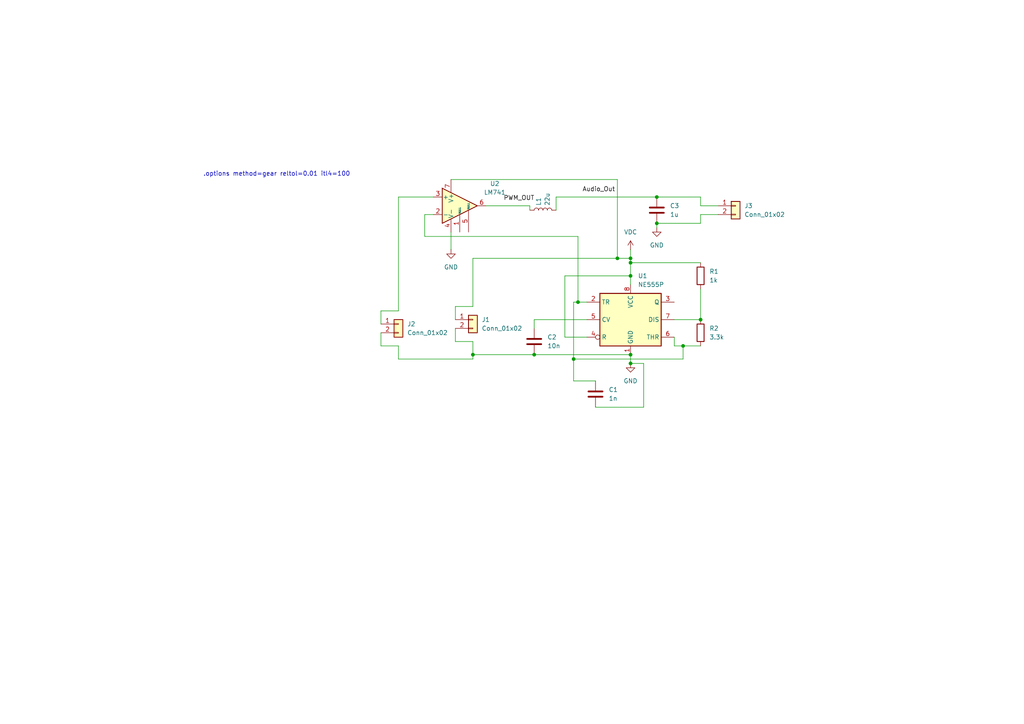
<source format=kicad_sch>
(kicad_sch (version 20250114) (generator "eeschema") (generator_version "9.0")
  (paper "A4")
  (lib_symbols
    (symbol "Amplifier_Operational:LM741" (pin_names (offset 0.127))
      (property "Reference" "U" (at 0 6.35 0))
      (property "Value" "LM741" (at 0 3.81 0))
      (symbol "LM741_0_1"
        (polyline (pts (xy -5.08 5.08) (xy 5.08 0) (xy -5.08 -5.08) (xy -5.08 5.08)) (stroke (width 0.254)) (fill (type background)))
      )
      (symbol "LM741_1_1"
        (pin input line (at -7.62 2.54 0) (length 2.54) (name "+") (number "3"))
        (pin input line (at -7.62 -2.54 0) (length 2.54) (name "-") (number "2"))
        (pin power_in line (at -2.54 7.62 270) (length 3.81) (name "V+") (number "7"))
        (pin power_in line (at -2.54 -7.62 90) (length 3.81) (name "V-") (number "4"))
        (pin no_connect line (at 0 2.54 270) (length 2.54) (hide yes) (name "NC") (number "8"))
        (pin input line (at 0 -7.62 90) (length 5.08) (name "NULL") (number "1"))
        (pin input line (at 2.54 -7.62 90) (length 6.35) (name "NULL") (number "5"))
        (pin output line (at 7.62 0 180) (length 2.54) (name "~") (number "6"))
      )
    )
    (symbol "Connector_Generic:Conn_01x02" (pin_names (offset 1.016) (hide yes))
      (property "Reference" "J" (at 0 2.54 0))
      (property "Value" "Conn_01x02" (at 0 -5.08 0))
      (symbol "Conn_01x02_1_1"
        (rectangle (start -1.27 1.27) (end 1.27 -3.81) (stroke (width 0.254)) (fill (type background)))
        (rectangle (start -1.27 0.127) (end 0 -0.127) (stroke (width 0.1524)))
        (rectangle (start -1.27 -2.413) (end 0 -2.667) (stroke (width 0.1524)))
        (pin passive line (at -5.08 0 0) (length 3.81) (name "Pin_1") (number "1"))
        (pin passive line (at -5.08 -2.54 0) (length 3.81) (name "Pin_2") (number "2"))
      )
    )
    (symbol "Device:C" (pin_numbers (hide yes)) (pin_names (offset 0.254))
      (property "Reference" "C" (at 0.635 2.54 0))
      (property "Value" "C" (at 0.635 -2.54 0))
      (symbol "C_0_1"
        (polyline (pts (xy -2.032 0.762) (xy 2.032 0.762)) (stroke (width 0.508)))
        (polyline (pts (xy -2.032 -0.762) (xy 2.032 -0.762)) (stroke (width 0.508)))
      )
      (symbol "C_1_1"
        (pin passive line (at 0 3.81 270) (length 2.794) (name "~") (number "1"))
        (pin passive line (at 0 -3.81 90) (length 2.794) (name "~") (number "2"))
      )
    )
    (symbol "Device:L" (pin_numbers (hide yes)) (pin_names (offset 1.016) (hide yes))
      (property "Reference" "L" (at -1.27 0 90))
      (property "Value" "L" (at 1.905 0 90))
      (symbol "L_0_1"
        (arc (start 0 2.54) (mid 0.6323 1.905) (end 0 1.27))
        (arc (start 0 1.27) (mid 0.6323 0.635) (end 0 0))
        (arc (start 0 0) (mid 0.6323 -0.635) (end 0 -1.27))
        (arc (start 0 -1.27) (mid 0.6323 -1.905) (end 0 -2.54))
      )
      (symbol "L_1_1"
        (pin passive line (at 0 3.81 270) (length 1.27) (name "1") (number "1"))
        (pin passive line (at 0 -3.81 90) (length 1.27) (name "2") (number "2"))
      )
    )
    (symbol "Device:R" (pin_numbers (hide yes)) (pin_names (offset 0))
      (property "Reference" "R" (at 2.032 0 90))
      (property "Value" "R" (at 0 0 90))
      (symbol "R_0_1"
        (rectangle (start -1.016 -2.54) (end 1.016 2.54) (stroke (width 0.254)))
      )
      (symbol "R_1_1"
        (pin passive line (at 0 3.81 270) (length 1.27) (name "~") (number "1"))
        (pin passive line (at 0 -3.81 90) (length 1.27) (name "~") (number "2"))
      )
    )
    (symbol "Timer:NE555P"
      (property "Reference" "U" (at -10.16 8.89 0))
      (property "Value" "NE555P" (at 2.54 8.89 0))
      (symbol "NE555P_0_0"
        (pin power_in line (at 0 10.16 270) (length 2.54) (name "VCC") (number "8"))
        (pin power_in line (at 0 -10.16 90) (length 2.54) (name "GND") (number "1"))
      )
      (symbol "NE555P_0_1"
        (rectangle (start -8.89 -7.62) (end 8.89 7.62) (stroke (width 0.254)) (fill (type background)))
        (rectangle (start -8.89 -7.62) (end 8.89 7.62) (stroke (width 0.254)) (fill (type background)))
      )
      (symbol "NE555P_1_1"
        (pin input line (at -12.7 5.08 0) (length 3.81) (name "TR") (number "2"))
        (pin input line (at -12.7 0 0) (length 3.81) (name "CV") (number "5"))
        (pin input inverted (at -12.7 -5.08 0) (length 3.81) (name "R") (number "4"))
        (pin output line (at 12.7 5.08 180) (length 3.81) (name "Q") (number "3"))
        (pin input line (at 12.7 0 180) (length 3.81) (name "DIS") (number "7"))
        (pin input line (at 12.7 -5.08 180) (length 3.81) (name "THR") (number "6"))
      )
    )
    (symbol "power:GND" (power) (pin_numbers (hide yes)) (pin_names (offset 0) (hide yes))
      (property "Value" "GND" (at 0 -3.81 0))
      (symbol "GND_0_1"
        (polyline (pts (xy 0 0) (xy 0 -1.27) (xy 1.27 -1.27) (xy 0 -2.54) (xy -1.27 -1.27) (xy 0 -1.27)))
      )
      (symbol "GND_1_1"
        (pin power_in line (at 0 0 270) (length 0) (name "~") (number "1"))
      )
    )
    (symbol "power:VDC" (power) (pin_numbers (hide yes)) (pin_names (offset 0) (hide yes))
      (property "Value" "VDC" (at 0 3.556 0))
      (symbol "VDC_0_1"
        (polyline (pts (xy -0.762 1.27) (xy 0 2.54)))
        (polyline (pts (xy 0 2.54) (xy 0.762 1.27)))
        (polyline (pts (xy 0 0) (xy 0 2.54)))
      )
      (symbol "VDC_1_1"
        (pin power_in line (at 0 0 90) (length 0) (name "~") (number "1"))
      )
    )
  )
  (text ".options method=gear reltol=0.01 itl4=100" (at 80.264 50.546 0) (effects (font (size 1.27 1.27))))
  (junction (at 154.94 102.87))
  (junction (at 166.37 104.14))
  (junction (at 137.16 102.87))
  (junction (at 182.88 102.87))
  (junction (at 182.88 105.41))
  (junction (at 179.07 74.93))
  (junction (at 190.5 57.15))
  (junction (at 198.12 100.33))
  (junction (at 203.2 92.71))
  (junction (at 190.5 64.77))
  (junction (at 182.88 76.2))
  (junction (at 167.64 87.63))
  (junction (at 182.88 74.93))
  (junction (at 182.88 80.01))
  (wire (pts (xy 123.19 62.23) (xy 123.19 68.58)))
  (wire (pts (xy 161.29 57.15) (xy 190.5 57.15)))
  (wire (pts (xy 182.88 76.2) (xy 182.88 80.01)))
  (wire (pts (xy 170.18 97.79) (xy 163.83 97.79)))
  (wire (pts (xy 115.57 57.15) (xy 125.73 57.15)))
  (wire (pts (xy 163.83 80.01) (xy 182.88 80.01)))
  (wire (pts (xy 161.29 60.96) (xy 161.29 57.15)))
  (wire (pts (xy 132.08 95.25) (xy 132.08 99.06)))
  (wire (pts (xy 198.12 100.33) (xy 195.58 100.33)))
  (wire (pts (xy 172.72 118.11) (xy 186.69 118.11)))
  (wire (pts (xy 167.64 87.63) (xy 166.37 87.63)))
  (wire (pts (xy 166.37 104.14) (xy 198.12 104.14)))
  (wire (pts (xy 198.12 100.33) (xy 198.12 104.14)))
  (wire (pts (xy 153.67 59.69) (xy 153.67 60.96)))
  (wire (pts (xy 115.57 100.33) (xy 115.57 104.14)))
  (wire (pts (xy 190.5 57.15) (xy 203.2 57.15)))
  (wire (pts (xy 179.07 74.93) (xy 182.88 74.93)))
  (wire (pts (xy 115.57 100.33) (xy 110.49 100.33)))
  (wire (pts (xy 154.94 92.71) (xy 154.94 95.25)))
  (wire (pts (xy 123.19 68.58) (xy 167.64 68.58)))
  (wire (pts (xy 170.18 92.71) (xy 154.94 92.71)))
  (wire (pts (xy 110.49 93.98) (xy 110.49 90.17)))
  (wire (pts (xy 208.28 59.69) (xy 203.2 59.69)))
  (wire (pts (xy 137.16 99.06) (xy 137.16 102.87)))
  (wire (pts (xy 182.88 80.01) (xy 182.88 82.55)))
  (wire (pts (xy 137.16 102.87) (xy 154.94 102.87)))
  (wire (pts (xy 190.5 64.77) (xy 203.2 64.77)))
  (wire (pts (xy 137.16 88.9) (xy 137.16 74.93)))
  (wire (pts (xy 132.08 92.71) (xy 132.08 88.9)))
  (wire (pts (xy 115.57 104.14) (xy 137.16 104.14)))
  (wire (pts (xy 190.5 64.77) (xy 190.5 66.04)))
  (wire (pts (xy 172.72 110.49) (xy 166.37 110.49)))
  (wire (pts (xy 110.49 100.33) (xy 110.49 96.52)))
  (wire (pts (xy 154.94 102.87) (xy 182.88 102.87)))
  (wire (pts (xy 182.88 72.39) (xy 182.88 74.93)))
  (wire (pts (xy 195.58 92.71) (xy 203.2 92.71)))
  (wire (pts (xy 140.97 59.69) (xy 153.67 59.69)))
  (wire (pts (xy 186.69 105.41) (xy 182.88 105.41)))
  (wire (pts (xy 186.69 118.11) (xy 186.69 105.41)))
  (wire (pts (xy 166.37 87.63) (xy 166.37 104.14)))
  (wire (pts (xy 132.08 88.9) (xy 137.16 88.9)))
  (wire (pts (xy 115.57 90.17) (xy 115.57 57.15)))
  (wire (pts (xy 203.2 59.69) (xy 203.2 57.15)))
  (wire (pts (xy 182.88 76.2) (xy 203.2 76.2)))
  (wire (pts (xy 137.16 74.93) (xy 179.07 74.93)))
  (wire (pts (xy 182.88 102.87) (xy 182.88 105.41)))
  (wire (pts (xy 123.19 62.23) (xy 125.73 62.23)))
  (wire (pts (xy 170.18 87.63) (xy 167.64 87.63)))
  (wire (pts (xy 166.37 110.49) (xy 166.37 104.14)))
  (wire (pts (xy 137.16 104.14) (xy 137.16 102.87)))
  (wire (pts (xy 203.2 100.33) (xy 198.12 100.33)))
  (wire (pts (xy 203.2 62.23) (xy 203.2 64.77)))
  (wire (pts (xy 208.28 62.23) (xy 203.2 62.23)))
  (wire (pts (xy 179.07 52.07) (xy 179.07 74.93)))
  (wire (pts (xy 130.81 52.07) (xy 179.07 52.07)))
  (wire (pts (xy 132.08 99.06) (xy 137.16 99.06)))
  (wire (pts (xy 195.58 97.79) (xy 195.58 100.33)))
  (wire (pts (xy 167.64 68.58) (xy 167.64 87.63)))
  (wire (pts (xy 110.49 90.17) (xy 115.57 90.17)))
  (wire (pts (xy 163.83 97.79) (xy 163.83 80.01)))
  (wire (pts (xy 203.2 83.82) (xy 203.2 92.71)))
  (wire (pts (xy 130.81 67.31) (xy 130.81 72.39)))
  (wire (pts (xy 182.88 74.93) (xy 182.88 76.2)))
  (label "Audio_Out" (at 168.91 55.88 0))
  (label "PWM_OUT" (at 146.05 58.42 0))
  (symbol (lib_id "power:GND") (at 130.81 72.39 0) (unit 1)
    (property "Reference" "#PWR03" (effects (hide yes)))
    (property "Value" "GND" (at 130.81 77.47 0))
    (property "Description" "Power symbol creates a global label with name \"GND\" , ground" (effects (hide yes)))
  )
  (symbol (lib_id "Connector_Generic:Conn_01x02") (at 137.16 92.71 0) (unit 1)
    (property "Reference" "J1" (at 139.7 92.7099 0) (effects (justify left)))
    (property "Value" "Conn_01x02" (at 139.7 95.2499 0) (effects (justify left)))
    (property "Footprint" "Connector_PinHeader_2.54mm:PinHeader_1x02_P2.54mm_Vertical" (effects (hide yes)))
    (property "Description" "Generic connector, single row, 01x02, script generated (kicad-library-utils/schlib/autogen/connector/)" (effects (hide yes)))
  )
  (symbol (lib_id "Device:C") (at 172.72 114.3 0) (unit 1)
    (property "Reference" "C1" (at 176.53 113.0299 0) (effects (justify left)))
    (property "Value" "1n" (at 176.53 115.5699 0) (effects (justify left)))
    (property "Footprint" "Capacitor_THT:C_Disc_D5.0mm_W2.5mm_P5.00mm" (effects (hide yes)))
    (property "Description" "Unpolarized capacitor" (effects (hide yes)))
  )
  (symbol (lib_id "Device:R") (at 203.2 96.52 0) (unit 1)
    (property "Reference" "R2" (at 205.74 95.2499 0) (effects (justify left)))
    (property "Value" "3.3k" (at 205.74 97.7899 0) (effects (justify left)))
    (property "Footprint" "Resistor_THT:R_Axial_DIN0207_L6.3mm_D2.5mm_P7.62mm_Horizontal" (effects (hide yes)))
    (property "Description" "Resistor" (effects (hide yes)))
  )
  (symbol (lib_id "power:VDC") (at 182.88 72.39 0) (unit 1)
    (property "Reference" "#PWR01" (effects (hide yes)))
    (property "Value" "VDC" (at 182.88 67.31 0))
    (property "Description" "Power symbol creates a global label with name \"VDC\"" (effects (hide yes)))
  )
  (symbol (lib_id "Amplifier_Operational:LM741") (at 133.35 59.69 0) (unit 1)
    (property "Reference" "U2" (at 143.51 53.2698 0))
    (property "Value" "LM741" (at 143.51 55.8098 0))
    (property "Footprint" "Package_DIP:DIP-8_W7.62mm" (effects (hide yes)))
    (property "Datasheet" "http://www.ti.com/lit/ds/symlink/lm741.pdf" (effects (hide yes)))
    (property "Description" "Operational Amplifier, DIP-8/TO-99-8" (effects (hide yes)))
    (property "Sim.Library" "lm358.lib" (effects (hide yes)))
    (property "Sim.Name" "LM741_PWM" (effects (hide yes)))
    (property "Sim.Device" "SUBCKT" (effects (hide yes)))
    (property "Sim.Pins" "2=IN_NEG 3=IN_POS 4=GND 6=OUT 7=VCC" (effects (hide yes)))
  )
  (symbol (lib_id "Connector_Generic:Conn_01x02") (at 115.57 93.98 0) (unit 1)
    (property "Reference" "J2" (at 118.11 93.9799 0) (effects (justify left)))
    (property "Value" "Conn_01x02" (at 118.11 96.5199 0) (effects (justify left)))
    (property "Footprint" "Connector_PinHeader_2.54mm:PinHeader_1x02_P2.54mm_Vertical" (effects (hide yes)))
    (property "Description" "Generic connector, single row, 01x02, script generated (kicad-library-utils/schlib/autogen/connector/)" (effects (hide yes)))
  )
  (symbol (lib_id "Device:R") (at 203.2 80.01 0) (unit 1)
    (property "Reference" "R1" (at 205.74 78.7399 0) (effects (justify left)))
    (property "Value" "1k" (at 205.74 81.2799 0) (effects (justify left)))
    (property "Footprint" "Resistor_THT:R_Axial_DIN0207_L6.3mm_D2.5mm_P7.62mm_Horizontal" (effects (hide yes)))
    (property "Description" "Resistor" (effects (hide yes)))
  )
  (symbol (lib_id "Device:C") (at 190.5 60.96 0) (unit 1)
    (property "Reference" "C3" (at 194.31 59.6899 0) (effects (justify left)))
    (property "Value" "1u" (at 194.31 62.2299 0) (effects (justify left)))
    (property "Footprint" "Capacitor_THT:C_Disc_D5.0mm_W2.5mm_P5.00mm" (effects (hide yes)))
    (property "Description" "Unpolarized capacitor" (effects (hide yes)))
  )
  (symbol (lib_id "power:GND") (at 182.88 105.41 0) (unit 1)
    (property "Reference" "#PWR02" (effects (hide yes)))
    (property "Value" "GND" (at 182.88 110.49 0))
    (property "Description" "Power symbol creates a global label with name \"GND\" , ground" (effects (hide yes)))
  )
  (symbol (lib_id "Device:C") (at 154.94 99.06 0) (unit 1)
    (property "Reference" "C2" (at 158.75 97.7899 0) (effects (justify left)))
    (property "Value" "10n" (at 158.75 100.3299 0) (effects (justify left)))
    (property "Footprint" "Capacitor_THT:C_Disc_D5.0mm_W2.5mm_P5.00mm" (effects (hide yes)))
    (property "Description" "Unpolarized capacitor" (effects (hide yes)))
  )
  (symbol (lib_id "Device:L") (at 157.48 60.96 90) (unit 1)
    (property "Reference" "L1" (at 156.2099 59.69 0) (effects (justify left)))
    (property "Value" "22u" (at 158.7499 59.69 0) (effects (justify left)))
    (property "Footprint" "Inductor_THT:L_Axial_L9.5mm_D4.0mm_P15.24mm_Horizontal_Fastron_SMCC" (effects (hide yes)))
    (property "Description" "Inductor" (effects (hide yes)))
  )
  (symbol (lib_id "Connector_Generic:Conn_01x02") (at 213.36 59.69 0) (unit 1)
    (property "Reference" "J3" (at 215.9 59.6899 0) (effects (justify left)))
    (property "Value" "Conn_01x02" (at 215.9 62.2299 0) (effects (justify left)))
    (property "Footprint" "Connector_PinHeader_2.54mm:PinHeader_1x02_P2.54mm_Vertical" (effects (hide yes)))
    (property "Description" "Generic connector, single row, 01x02, script generated (kicad-library-utils/schlib/autogen/connector/)" (effects (hide yes)))
  )
  (symbol (lib_id "power:GND") (at 190.5 66.04 0) (unit 1)
    (property "Reference" "#PWR04" (effects (hide yes)))
    (property "Value" "GND" (at 190.5 71.12 0))
    (property "Description" "Power symbol creates a global label with name \"GND\" , ground" (effects (hide yes)))
  )
  (symbol (lib_id "Timer:NE555P") (at 182.88 92.71 0) (unit 1)
    (property "Reference" "U1" (at 185.0233 80.01 0) (effects (justify left)))
    (property "Value" "NE555P" (at 185.0233 82.55 0) (effects (justify left)))
    (property "Footprint" "Package_DIP:DIP-8_W7.62mm" (effects (hide yes)))
    (property "Datasheet" "http://www.ti.com/lit/ds/symlink/ne555.pdf" (effects (hide yes)))
    (property "Description" "Precision Timers, 555 compatible,  PDIP-8" (effects (hide yes)))
    (property "Sim.Library" "ne555.lib" (effects (hide yes)))
    (property "Sim.Name" "NE555" (effects (hide yes)))
    (property "Sim.Device" "SUBCKT" (effects (hide yes)))
    (property "Sim.Pins" "1=1 2=2 3=3 4=4 5=5 6=6 7=7 8=8" (effects (hide yes)))
  )
)
</source>
